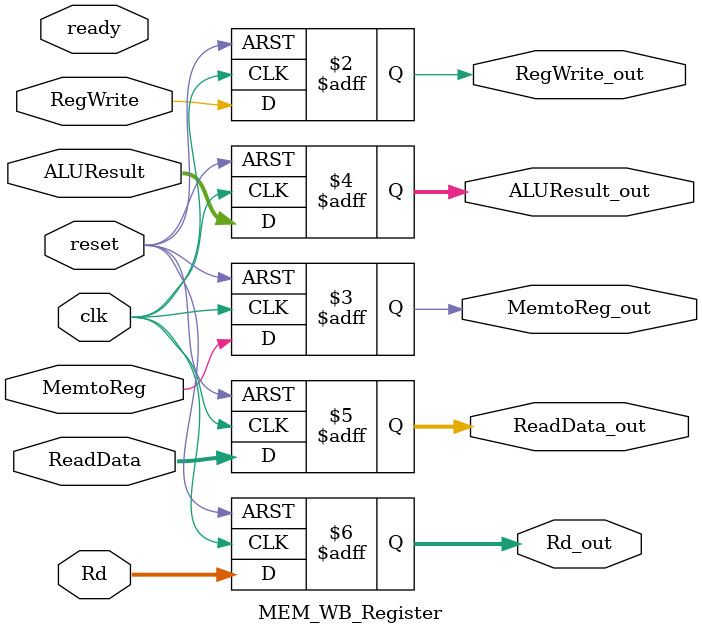
<source format=v>
module MEM_WB_Register (
    input         clk,         
    input         reset,          
    // inputs from MEM stage
    input          RegWrite,   
    input          MemtoReg,   
    input  [31:0]  ALUResult, 
    input  [31:0]  ReadData, 
    input  [4:0]   Rd,   
    input ready,
    // outputs to WB stage
    output reg    RegWrite_out,    
    output reg    MemtoReg_out,  
    output reg [31:0] ALUResult_out, 
    output reg [31:0] ReadData_out,  
    output reg [4:0]  Rd_out 
);


always @(posedge clk or posedge reset) begin
    if (reset) 
    begin
        // Reset all outputs to default values
        RegWrite_out  <= 1'b0;
        MemtoReg_out  <= 1'b0;
        ALUResult_out <= 32'h0;
        ReadData_out  <= 32'h0;
        Rd_out  <= 5'h0;
    end
    else 
    begin
        // Pass MEM stage signals to WB stage
        RegWrite_out  <= RegWrite;
        MemtoReg_out  <= MemtoReg;
        ALUResult_out <= ALUResult;
        ReadData_out  <= ReadData;
        Rd_out  <= Rd;
    end
end

endmodule
</source>
